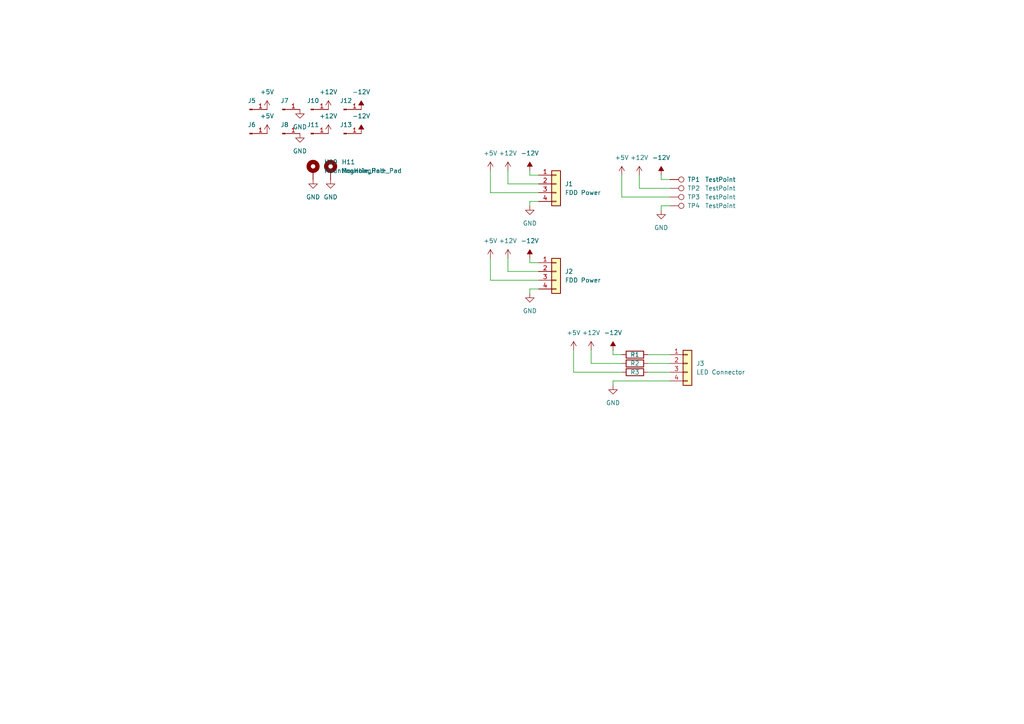
<source format=kicad_sch>
(kicad_sch (version 20230121) (generator eeschema)
  (paper "A4")
  (lib_symbols
    (symbol "Connector:Conn_01x01_Male" (pin_names (offset 1.016) hide)
      (property "Reference" "J" (at 0 2.54 0))
      (property "Value" "Conn_01x01_Male" (at 0 -2.54 0))
      (symbol "Conn_01x01_Male_1_1"
        (polyline (pts (xy 1.27 0) (xy 0.8636 0)) (stroke (width 0.1524)))
        (rectangle (start 0.8636 0.127) (end 0 -0.127) (stroke (width 0.1524)) (fill (type outline)))
        (pin passive line (at 5.08 0 180) (length 3.81) (name "Pin_1") (number "1"))
      )
    )
    (symbol "Connector:TestPoint" (pin_numbers hide) (pin_names (offset 0.762) hide)
      (property "Reference" "TP" (at 0 6.858 0))
      (property "Value" "TestPoint" (at 0 5.08 0))
      (symbol "TestPoint_0_1"
        (circle (center 0 3.302) (radius 0.762))
      )
      (symbol "TestPoint_1_1"
        (pin passive line (at 0 0 90) (length 2.54) (name "1") (number "1"))
      )
    )
    (symbol "Connector_Generic:Conn_01x04" (pin_names (offset 1.016) hide)
      (property "Reference" "J" (at 0 5.08 0))
      (property "Value" "Conn_01x04" (at 0 -7.62 0))
      (symbol "Conn_01x04_1_1"
        (rectangle (start -1.27 -4.953) (end 0 -5.207) (stroke (width 0.1524)))
        (rectangle (start -1.27 -2.413) (end 0 -2.667) (stroke (width 0.1524)))
        (rectangle (start -1.27 0.127) (end 0 -0.127) (stroke (width 0.1524)))
        (rectangle (start -1.27 2.667) (end 0 2.413) (stroke (width 0.1524)))
        (rectangle (start -1.27 3.81) (end 1.27 -6.35) (stroke (width 0.254)) (fill (type background)))
        (pin passive line (at -5.08 2.54 0) (length 3.81) (name "Pin_1") (number "1"))
        (pin passive line (at -5.08 0 0) (length 3.81) (name "Pin_2") (number "2"))
        (pin passive line (at -5.08 -2.54 0) (length 3.81) (name "Pin_3") (number "3"))
        (pin passive line (at -5.08 -5.08 0) (length 3.81) (name "Pin_4") (number "4"))
      )
    )
    (symbol "Device:R" (pin_numbers hide) (pin_names (offset 0))
      (property "Reference" "R" (at 2.032 0 90))
      (property "Value" "R" (at 0 0 90))
      (symbol "R_0_1"
        (rectangle (start -1.016 -2.54) (end 1.016 2.54) (stroke (width 0.254)))
      )
      (symbol "R_1_1"
        (pin passive line (at 0 3.81 270) (length 1.27) (name "~") (number "1"))
        (pin passive line (at 0 -3.81 90) (length 1.27) (name "~") (number "2"))
      )
    )
    (symbol "Mechanical:MountingHole_Pad" (pin_numbers hide) (pin_names (offset 1.016) hide)
      (property "Reference" "H" (at 0 6.35 0))
      (property "Value" "MountingHole_Pad" (at 0 4.445 0))
      (symbol "MountingHole_Pad_0_1"
        (circle (center 0 1.27) (radius 1.27) (stroke (width 1.27)))
      )
      (symbol "MountingHole_Pad_1_1"
        (pin input line (at 0 -2.54 90) (length 2.54) (name "1") (number "1"))
      )
    )
    (symbol "power:+12V" (power) (pin_names (offset 0))
      (property "Value" "+12V" (at 0 3.556 0))
      (symbol "+12V_0_1"
        (polyline (pts (xy -0.762 1.27) (xy 0 2.54)))
        (polyline (pts (xy 0 0) (xy 0 2.54)))
        (polyline (pts (xy 0 2.54) (xy 0.762 1.27)))
      )
      (symbol "+12V_1_1"
        (pin power_in line (at 0 0 90) (length 0) hide (name "+12V") (number "1"))
      )
    )
    (symbol "power:+5V" (power) (pin_names (offset 0))
      (property "Value" "+5V" (at 0 3.556 0))
      (symbol "+5V_0_1"
        (polyline (pts (xy -0.762 1.27) (xy 0 2.54)))
        (polyline (pts (xy 0 0) (xy 0 2.54)))
        (polyline (pts (xy 0 2.54) (xy 0.762 1.27)))
      )
      (symbol "+5V_1_1"
        (pin power_in line (at 0 0 90) (length 0) hide (name "+5V") (number "1"))
      )
    )
    (symbol "power:-12V" (power) (pin_names (offset 0))
      (property "Value" "-12V" (at 0 3.81 0))
      (symbol "-12V_0_0"
        (pin power_in line (at 0 0 90) (length 0) hide (name "-12V") (number "1"))
      )
      (symbol "-12V_0_1"
        (polyline (pts (xy 0 0) (xy 0 1.27) (xy 0.762 1.27) (xy 0 2.54) (xy -0.762 1.27) (xy 0 1.27)) (fill (type outline)))
      )
    )
    (symbol "power:GND" (power) (pin_names (offset 0))
      (property "Value" "GND" (at 0 -3.81 0))
      (symbol "GND_0_1"
        (polyline (pts (xy 0 0) (xy 0 -1.27) (xy 1.27 -1.27) (xy 0 -2.54) (xy -1.27 -1.27) (xy 0 -1.27)))
      )
      (symbol "GND_1_1"
        (pin power_in line (at 0 0 270) (length 0) hide (name "GND") (number "1"))
      )
    )
  )
  (wire (pts (xy 142.24 55.88) (xy 142.24 49.53)))
  (wire (pts (xy 147.32 53.34) (xy 147.32 49.53)))
  (wire (pts (xy 156.21 53.34) (xy 147.32 53.34)))
  (wire (pts (xy 191.77 52.07) (xy 194.31 52.07)))
  (wire (pts (xy 177.8 110.49) (xy 177.8 111.76)))
  (wire (pts (xy 156.21 81.28) (xy 142.24 81.28)))
  (wire (pts (xy 194.31 105.41) (xy 187.96 105.41)))
  (wire (pts (xy 156.21 78.74) (xy 147.32 78.74)))
  (wire (pts (xy 153.67 50.8) (xy 156.21 50.8)))
  (wire (pts (xy 153.67 58.42) (xy 153.67 59.69)))
  (wire (pts (xy 171.45 105.41) (xy 171.45 101.6)))
  (wire (pts (xy 194.31 54.61) (xy 185.42 54.61)))
  (wire (pts (xy 153.67 76.2) (xy 156.21 76.2)))
  (wire (pts (xy 194.31 59.69) (xy 191.77 59.69)))
  (wire (pts (xy 153.67 83.82) (xy 153.67 85.09)))
  (wire (pts (xy 185.42 54.61) (xy 185.42 50.8)))
  (wire (pts (xy 177.8 101.6) (xy 177.8 102.87)))
  (wire (pts (xy 177.8 102.87) (xy 180.34 102.87)))
  (wire (pts (xy 180.34 57.15) (xy 180.34 50.8)))
  (wire (pts (xy 180.34 105.41) (xy 171.45 105.41)))
  (wire (pts (xy 153.67 49.53) (xy 153.67 50.8)))
  (wire (pts (xy 180.34 107.95) (xy 166.37 107.95)))
  (wire (pts (xy 166.37 107.95) (xy 166.37 101.6)))
  (wire (pts (xy 191.77 50.8) (xy 191.77 52.07)))
  (wire (pts (xy 156.21 83.82) (xy 153.67 83.82)))
  (wire (pts (xy 194.31 102.87) (xy 187.96 102.87)))
  (wire (pts (xy 153.67 74.93) (xy 153.67 76.2)))
  (wire (pts (xy 156.21 55.88) (xy 142.24 55.88)))
  (wire (pts (xy 142.24 81.28) (xy 142.24 74.93)))
  (wire (pts (xy 191.77 59.69) (xy 191.77 60.96)))
  (wire (pts (xy 194.31 57.15) (xy 180.34 57.15)))
  (wire (pts (xy 177.8 110.49) (xy 194.31 110.49)))
  (wire (pts (xy 194.31 107.95) (xy 187.96 107.95)))
  (wire (pts (xy 156.21 58.42) (xy 153.67 58.42)))
  (wire (pts (xy 147.32 78.74) (xy 147.32 74.93)))
  (symbol (lib_id "Connector:Conn_01x01_Male") (at 72.39 31.75 0) (unit 1)
    (property "Reference" "J5" (at 73.025 29.21 0))
    (property "Value" "Conn_01x01_Male" (effects hide))
    (property "Footprint" "digikey-footprints:FS-P475" (effects hide))
  )
  (symbol (lib_id "power:+5V") (at 180.34 50.8 0) (unit 1)
    (property "Reference" "#PWR09" (effects hide))
    (property "Value" "+5V" (at 180.34 45.72 0))
  )
  (symbol (lib_id "Connector_Generic:Conn_01x04") (at 161.29 78.74 0) (unit 1)
    (property "Reference" "J2" (at 163.83 78.74 0) (effects (justify left)))
    (property "Value" "FDD Power" (at 163.83 81.28 0) (effects (justify left)))
    (property "Footprint" "Connector_Molex:Molex_Mini-Fit_Jr_5566-04A_2x02_P4.20mm_Vertical" (effects hide))
  )
  (symbol (lib_id "Connector:Conn_01x01_Male") (at 81.915 38.735 0) (unit 1)
    (property "Reference" "J8" (at 82.55 36.195 0))
    (property "Value" "Conn_01x01_Male" (effects hide))
    (property "Footprint" "digikey-footprints:FS-P475" (effects hide))
  )
  (symbol (lib_id "Connector:TestPoint") (at 194.31 54.61 270) (unit 1)
    (property "Reference" "TP2" (at 199.39 54.61 90) (effects (justify left)))
    (property "Value" "TestPoint" (at 204.47 54.61 90) (effects (justify left)))
    (property "Footprint" "TestPoint:TestPoint_THTPad_D1.5mm_Drill0.7mm" (effects hide))
  )
  (symbol (lib_id "power:-12V") (at 153.67 49.53 0) (unit 1)
    (property "Reference" "#PWR01" (effects hide))
    (property "Value" "-12V" (at 153.67 44.45 0))
  )
  (symbol (lib_id "power:+12V") (at 95.25 38.735 0) (unit 1)
    (property "Reference" "#PWR035" (effects hide))
    (property "Value" "+12V" (at 95.25 33.655 0))
  )
  (symbol (lib_id "Connector:Conn_01x01_Male") (at 99.695 31.75 0) (unit 1)
    (property "Reference" "J12" (at 100.33 29.21 0))
    (property "Value" "Conn_01x01_Male" (effects hide))
    (property "Footprint" "digikey-footprints:FS-P475" (effects hide))
  )
  (symbol (lib_id "power:-12V") (at 177.8 101.6 0) (unit 1)
    (property "Reference" "#PWR017" (effects hide))
    (property "Value" "-12V" (at 177.8 96.52 0))
  )
  (symbol (lib_id "power:+12V") (at 95.25 31.75 0) (unit 1)
    (property "Reference" "#PWR034" (effects hide))
    (property "Value" "+12V" (at 95.25 26.67 0))
  )
  (symbol (lib_id "power:+5V") (at 142.24 49.53 0) (unit 1)
    (property "Reference" "#PWR03" (effects hide))
    (property "Value" "+5V" (at 142.24 44.45 0))
  )
  (symbol (lib_id "Connector:Conn_01x01_Male") (at 72.39 38.735 0) (unit 1)
    (property "Reference" "J6" (at 73.025 36.195 0))
    (property "Value" "Conn_01x01_Male" (effects hide))
    (property "Footprint" "digikey-footprints:FS-P475" (effects hide))
  )
  (symbol (lib_id "Connector:Conn_01x01_Male") (at 81.915 31.75 0) (unit 1)
    (property "Reference" "J7" (at 82.55 29.21 0))
    (property "Value" "Conn_01x01_Male" (effects hide))
    (property "Footprint" "digikey-footprints:FS-P475" (effects hide))
  )
  (symbol (lib_id "Mechanical:MountingHole_Pad") (at 95.885 49.53 0) (unit 1)
    (property "Reference" "H11" (at 99.06 46.9899 0) (effects (justify left)))
    (property "Value" "MountingHole_Pad" (at 99.06 49.5299 0) (effects (justify left)))
    (property "Footprint" "MountingHole:MountingHole_2.7mm_M2.5_DIN965_Pad" (effects hide))
  )
  (symbol (lib_id "Connector:Conn_01x01_Male") (at 99.695 38.735 0) (unit 1)
    (property "Reference" "J13" (at 100.33 36.195 0))
    (property "Value" "Conn_01x01_Male" (effects hide))
    (property "Footprint" "digikey-footprints:FS-P475" (effects hide))
  )
  (symbol (lib_id "power:GND") (at 86.995 38.735 0) (unit 1)
    (property "Reference" "#PWR032" (effects hide))
    (property "Value" "GND" (at 86.995 43.815 0))
  )
  (symbol (lib_id "Connector_Generic:Conn_01x04") (at 161.29 53.34 0) (unit 1)
    (property "Reference" "J1" (at 163.83 53.34 0) (effects (justify left)))
    (property "Value" "FDD Power" (at 163.83 55.88 0) (effects (justify left)))
    (property "Footprint" "Connector_Molex:Molex_Mini-Fit_Jr_5566-04A_2x02_P4.20mm_Vertical" (effects hide))
  )
  (symbol (lib_id "power:+12V") (at 147.32 49.53 0) (unit 1)
    (property "Reference" "#PWR02" (effects hide))
    (property "Value" "+12V" (at 147.32 44.45 0))
  )
  (symbol (lib_id "Connector:TestPoint") (at 194.31 57.15 270) (unit 1)
    (property "Reference" "TP3" (at 199.39 57.15 90) (effects (justify left)))
    (property "Value" "TestPoint" (at 204.47 57.15 90) (effects (justify left)))
    (property "Footprint" "TestPoint:TestPoint_THTPad_D1.5mm_Drill0.7mm" (effects hide))
  )
  (symbol (lib_id "power:+5V") (at 166.37 101.6 0) (unit 1)
    (property "Reference" "#PWR013" (effects hide))
    (property "Value" "+5V" (at 166.37 96.52 0))
  )
  (symbol (lib_id "power:GND") (at 90.805 52.07 0) (unit 1)
    (property "Reference" "#PWR033" (effects hide))
    (property "Value" "GND" (at 90.805 57.15 0))
  )
  (symbol (lib_id "Connector:TestPoint") (at 194.31 52.07 270) (unit 1)
    (property "Reference" "TP1" (at 199.39 52.07 90) (effects (justify left)))
    (property "Value" "TestPoint" (at 204.47 52.07 90) (effects (justify left)))
    (property "Footprint" "TestPoint:TestPoint_THTPad_D1.5mm_Drill0.7mm" (effects hide))
  )
  (symbol (lib_id "power:-12V") (at 104.775 31.75 0) (unit 1)
    (property "Reference" "#PWR039" (effects hide))
    (property "Value" "-12V" (at 104.775 26.67 0))
  )
  (symbol (lib_id "power:GND") (at 153.67 85.09 0) (unit 1)
    (property "Reference" "#PWR08" (effects hide))
    (property "Value" "GND" (at 153.67 90.17 0))
  )
  (symbol (lib_id "power:GND") (at 153.67 59.69 0) (unit 1)
    (property "Reference" "#PWR04" (effects hide))
    (property "Value" "GND" (at 153.67 64.77 0))
  )
  (symbol (lib_id "power:+12V") (at 147.32 74.93 0) (unit 1)
    (property "Reference" "#PWR06" (effects hide))
    (property "Value" "+12V" (at 147.32 69.85 0))
  )
  (symbol (lib_id "Mechanical:MountingHole_Pad") (at 90.805 49.53 0) (unit 1)
    (property "Reference" "H10" (at 93.98 46.9899 0) (effects (justify left)))
    (property "Value" "MountingHole_Pad" (at 93.98 49.5299 0) (effects (justify left)))
    (property "Footprint" "MountingHole:MountingHole_2.7mm_M2.5_DIN965_Pad" (effects hide))
  )
  (symbol (lib_id "Device:R") (at 184.15 102.87 90) (unit 1)
    (property "Reference" "R1" (at 184.15 102.87 90))
    (property "Value" "R" (effects hide))
    (property "Footprint" "Resistor_THT:R_Axial_DIN0207_L6.3mm_D2.5mm_P10.16mm_Horizontal" (effects hide))
  )
  (symbol (lib_id "power:-12V") (at 104.775 38.735 0) (unit 1)
    (property "Reference" "#PWR040" (effects hide))
    (property "Value" "-12V" (at 104.775 33.655 0))
  )
  (symbol (lib_id "power:+5V") (at 142.24 74.93 0) (unit 1)
    (property "Reference" "#PWR05" (effects hide))
    (property "Value" "+5V" (at 142.24 69.85 0))
  )
  (symbol (lib_id "power:+12V") (at 171.45 101.6 0) (unit 1)
    (property "Reference" "#PWR014" (effects hide))
    (property "Value" "+12V" (at 171.45 96.52 0))
  )
  (symbol (lib_id "Connector_Generic:Conn_01x04") (at 199.39 105.41 0) (unit 1)
    (property "Reference" "J3" (at 201.93 105.41 0) (effects (justify left)))
    (property "Value" "LED Connector" (at 201.93 107.95 0) (effects (justify left)))
    (property "Footprint" "Connector_JST:JST_EH_B4B-EH-A_1x04_P2.50mm_Vertical" (effects hide))
  )
  (symbol (lib_id "Device:R") (at 184.15 107.95 90) (unit 1)
    (property "Reference" "R3" (at 184.15 107.95 90))
    (property "Value" "R" (effects hide))
    (property "Footprint" "Resistor_THT:R_Axial_DIN0207_L6.3mm_D2.5mm_P10.16mm_Horizontal" (effects hide))
  )
  (symbol (lib_id "Connector:TestPoint") (at 194.31 59.69 270) (unit 1)
    (property "Reference" "TP4" (at 199.39 59.69 90) (effects (justify left)))
    (property "Value" "TestPoint" (at 204.47 59.69 90) (effects (justify left)))
    (property "Footprint" "TestPoint:TestPoint_THTPad_D1.5mm_Drill0.7mm" (effects hide))
  )
  (symbol (lib_id "power:+5V") (at 77.47 38.735 0) (unit 1)
    (property "Reference" "#PWR028" (effects hide))
    (property "Value" "+5V" (at 77.47 33.655 0))
  )
  (symbol (lib_id "power:+12V") (at 185.42 50.8 0) (unit 1)
    (property "Reference" "#PWR010" (effects hide))
    (property "Value" "+12V" (at 185.42 45.72 0))
  )
  (symbol (lib_id "power:GND") (at 95.885 52.07 0) (unit 1)
    (property "Reference" "#PWR037" (effects hide))
    (property "Value" "GND" (at 95.885 57.15 0))
  )
  (symbol (lib_id "power:-12V") (at 191.77 50.8 0) (unit 1)
    (property "Reference" "#PWR011" (effects hide))
    (property "Value" "-12V" (at 191.77 45.72 0))
  )
  (symbol (lib_id "power:+5V") (at 77.47 31.75 0) (unit 1)
    (property "Reference" "#PWR027" (effects hide))
    (property "Value" "+5V" (at 77.47 26.67 0))
  )
  (symbol (lib_id "power:GND") (at 191.77 60.96 0) (unit 1)
    (property "Reference" "#PWR012" (effects hide))
    (property "Value" "GND" (at 191.77 66.04 0))
  )
  (symbol (lib_id "Device:R") (at 184.15 105.41 90) (unit 1)
    (property "Reference" "R2" (at 184.15 105.41 90))
    (property "Value" "R" (effects hide))
    (property "Footprint" "Resistor_THT:R_Axial_DIN0207_L6.3mm_D2.5mm_P10.16mm_Horizontal" (effects hide))
  )
  (symbol (lib_id "Connector:Conn_01x01_Male") (at 90.17 38.735 0) (unit 1)
    (property "Reference" "J11" (at 90.805 36.195 0))
    (property "Value" "Conn_01x01_Male" (effects hide))
    (property "Footprint" "digikey-footprints:FS-P475" (effects hide))
  )
  (symbol (lib_id "power:GND") (at 177.8 111.76 0) (unit 1)
    (property "Reference" "#PWR020" (effects hide))
    (property "Value" "GND" (at 177.8 116.84 0))
  )
  (symbol (lib_id "power:GND") (at 86.995 31.75 0) (unit 1)
    (property "Reference" "#PWR031" (effects hide))
    (property "Value" "GND" (at 86.995 36.83 0))
  )
  (symbol (lib_id "Connector:Conn_01x01_Male") (at 90.17 31.75 0) (unit 1)
    (property "Reference" "J10" (at 90.805 29.21 0))
    (property "Value" "Conn_01x01_Male" (effects hide))
    (property "Footprint" "digikey-footprints:FS-P475" (effects hide))
  )
  (symbol (lib_id "power:-12V") (at 153.67 74.93 0) (unit 1)
    (property "Reference" "#PWR07" (effects hide))
    (property "Value" "-12V" (at 153.67 69.85 0))
  )
)
</source>
